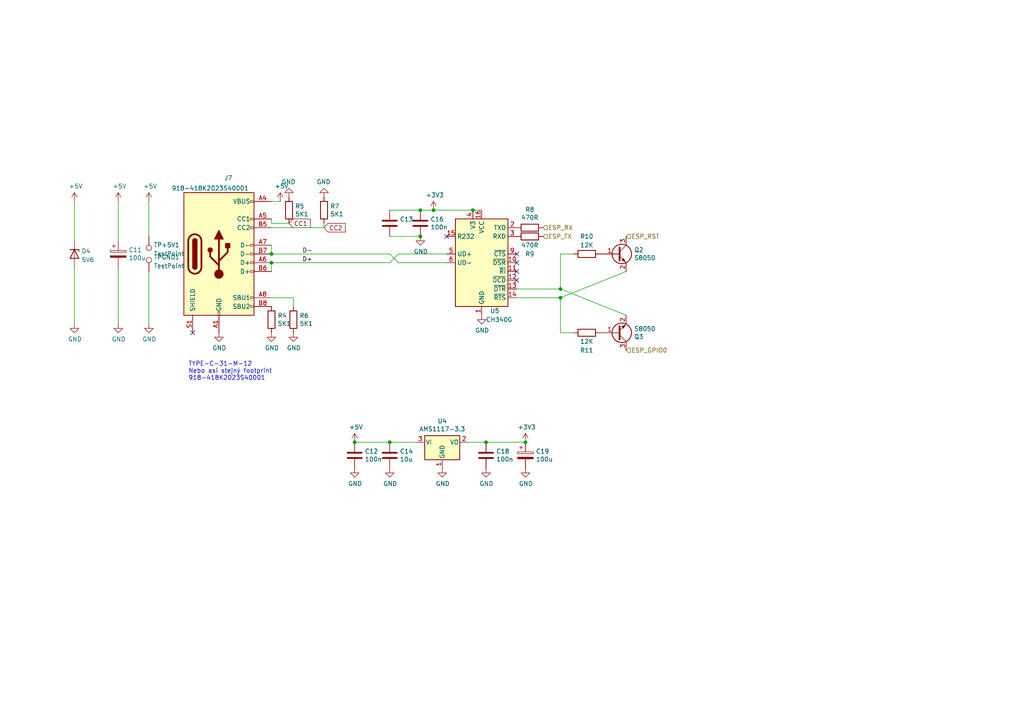
<source format=kicad_sch>
(kicad_sch (version 20211123) (generator eeschema)
  (paper "A4")
  (lib_symbols
    (symbol "Connector:TestPoint" (pin_numbers hide) (pin_names (offset 0.762) hide)
      (property "Reference" "TP" (at 0 6.858 0))
      (property "Value" "TestPoint" (at 0 5.08 0))
      (symbol "TestPoint_0_1"
        (circle (center 0 3.302) (radius 0.762))
      )
      (symbol "TestPoint_1_1"
        (pin passive line (at 0 0 90) (length 2.54) (name "1") (number "1"))
      )
    )
    (symbol "Connector:USB_C_Receptacle_USB2.0" (pin_names (offset 1.016))
      (property "Reference" "J" (at -10.16 19.05 0))
      (property "Value" "USB_C_Receptacle_USB2.0" (at 19.05 19.05 0))
      (symbol "USB_C_Receptacle_USB2.0_0_0"
        (rectangle (start -0.254 -17.78) (end 0.254 -16.764))
        (rectangle (start 10.16 -14.986) (end 9.144 -15.494))
        (rectangle (start 10.16 -12.446) (end 9.144 -12.954))
        (rectangle (start 10.16 -4.826) (end 9.144 -5.334))
        (rectangle (start 10.16 -2.286) (end 9.144 -2.794))
        (rectangle (start 10.16 0.254) (end 9.144 -0.254))
        (rectangle (start 10.16 2.794) (end 9.144 2.286))
        (rectangle (start 10.16 7.874) (end 9.144 7.366))
        (rectangle (start 10.16 10.414) (end 9.144 9.906))
        (rectangle (start 10.16 15.494) (end 9.144 14.986))
      )
      (symbol "USB_C_Receptacle_USB2.0_0_1"
        (rectangle (start -10.16 17.78) (end 10.16 -17.78) (stroke (width 0.254)) (fill (type background)))
        (arc (start -8.89 -3.81) (mid -6.985 -5.715) (end -5.08 -3.81) (stroke (width 0.508)))
        (arc (start -7.62 -3.81) (mid -6.985 -4.445) (end -6.35 -3.81) (stroke (width 0.254)))
        (arc (start -7.62 -3.81) (mid -6.985 -4.445) (end -6.35 -3.81) (stroke (width 0.254)) (fill (type outline)))
        (rectangle (start -7.62 -3.81) (end -6.35 3.81) (stroke (width 0.254)) (fill (type outline)))
        (arc (start -6.35 3.81) (mid -6.985 4.445) (end -7.62 3.81) (stroke (width 0.254)))
        (arc (start -6.35 3.81) (mid -6.985 4.445) (end -7.62 3.81) (stroke (width 0.254)) (fill (type outline)))
        (arc (start -5.08 3.81) (mid -6.985 5.715) (end -8.89 3.81) (stroke (width 0.508)))
        (circle (center -2.54 1.143) (radius 0.635) (stroke (width 0.254)) (fill (type outline)))
        (circle (center 0 -5.842) (radius 1.27) (fill (type outline)))
        (polyline (pts (xy -8.89 -3.81) (xy -8.89 3.81)) (stroke (width 0.508)))
        (polyline (pts (xy -5.08 3.81) (xy -5.08 -3.81)) (stroke (width 0.508)))
        (polyline (pts (xy 0 -5.842) (xy 0 4.318)) (stroke (width 0.508)))
        (polyline (pts (xy 0 -3.302) (xy -2.54 -0.762) (xy -2.54 0.508)) (stroke (width 0.508)))
        (polyline (pts (xy 0 -2.032) (xy 2.54 0.508) (xy 2.54 1.778)) (stroke (width 0.508)))
        (polyline (pts (xy -1.27 4.318) (xy 0 6.858) (xy 1.27 4.318) (xy -1.27 4.318)) (stroke (width 0.254)) (fill (type outline)))
        (rectangle (start 1.905 1.778) (end 3.175 3.048) (stroke (width 0.254)) (fill (type outline)))
      )
      (symbol "USB_C_Receptacle_USB2.0_1_1"
        (pin passive line (at 0 -22.86 90) (length 5.08) (name "GND") (number "A1"))
        (pin passive line (at 0 -22.86 90) (length 5.08) hide (name "GND") (number "A12"))
        (pin passive line (at 15.24 15.24 180) (length 5.08) (name "VBUS") (number "A4"))
        (pin bidirectional line (at 15.24 10.16 180) (length 5.08) (name "CC1") (number "A5"))
        (pin bidirectional line (at 15.24 -2.54 180) (length 5.08) (name "D+") (number "A6"))
        (pin bidirectional line (at 15.24 2.54 180) (length 5.08) (name "D-") (number "A7"))
        (pin bidirectional line (at 15.24 -12.7 180) (length 5.08) (name "SBU1") (number "A8"))
        (pin passive line (at 15.24 15.24 180) (length 5.08) hide (name "VBUS") (number "A9"))
        (pin passive line (at 0 -22.86 90) (length 5.08) hide (name "GND") (number "B1"))
        (pin passive line (at 0 -22.86 90) (length 5.08) hide (name "GND") (number "B12"))
        (pin passive line (at 15.24 15.24 180) (length 5.08) hide (name "VBUS") (number "B4"))
        (pin bidirectional line (at 15.24 7.62 180) (length 5.08) (name "CC2") (number "B5"))
        (pin bidirectional line (at 15.24 -5.08 180) (length 5.08) (name "D+") (number "B6"))
        (pin bidirectional line (at 15.24 0 180) (length 5.08) (name "D-") (number "B7"))
        (pin bidirectional line (at 15.24 -15.24 180) (length 5.08) (name "SBU2") (number "B8"))
        (pin passive line (at 15.24 15.24 180) (length 5.08) hide (name "VBUS") (number "B9"))
        (pin passive line (at -7.62 -22.86 90) (length 5.08) (name "SHIELD") (number "S1"))
      )
    )
    (symbol "Device:C" (pin_numbers hide) (pin_names (offset 0.254))
      (property "Reference" "C" (at 0.635 2.54 0))
      (property "Value" "C" (at 0.635 -2.54 0))
      (symbol "C_0_1"
        (polyline (pts (xy -2.032 -0.762) (xy 2.032 -0.762)) (stroke (width 0.508)))
        (polyline (pts (xy -2.032 0.762) (xy 2.032 0.762)) (stroke (width 0.508)))
      )
      (symbol "C_1_1"
        (pin passive line (at 0 3.81 270) (length 2.794) (name "~") (number "1"))
        (pin passive line (at 0 -3.81 90) (length 2.794) (name "~") (number "2"))
      )
    )
    (symbol "Device:C_Polarized" (pin_numbers hide) (pin_names (offset 0.254))
      (property "Reference" "C" (at 0.635 2.54 0))
      (property "Value" "C_Polarized" (at 0.635 -2.54 0))
      (symbol "C_Polarized_0_1"
        (rectangle (start -2.286 0.508) (end 2.286 1.016))
        (polyline (pts (xy -1.778 2.286) (xy -0.762 2.286)))
        (polyline (pts (xy -1.27 2.794) (xy -1.27 1.778)))
        (rectangle (start 2.286 -0.508) (end -2.286 -1.016) (fill (type outline)))
      )
      (symbol "C_Polarized_1_1"
        (pin passive line (at 0 3.81 270) (length 2.794) (name "~") (number "1"))
        (pin passive line (at 0 -3.81 90) (length 2.794) (name "~") (number "2"))
      )
    )
    (symbol "Device:D_Zener" (pin_numbers hide) (pin_names (offset 1.016) hide)
      (property "Reference" "D" (at 0 2.54 0))
      (property "Value" "D_Zener" (at 0 -2.54 0))
      (symbol "D_Zener_0_1"
        (polyline (pts (xy 1.27 0) (xy -1.27 0)))
        (polyline (pts (xy -1.27 -1.27) (xy -1.27 1.27) (xy -0.762 1.27)) (stroke (width 0.254)))
        (polyline (pts (xy 1.27 -1.27) (xy 1.27 1.27) (xy -1.27 0) (xy 1.27 -1.27)) (stroke (width 0.254)))
      )
      (symbol "D_Zener_1_1"
        (pin passive line (at -3.81 0 0) (length 2.54) (name "K") (number "1"))
        (pin passive line (at 3.81 0 180) (length 2.54) (name "A") (number "2"))
      )
    )
    (symbol "Device:Q_NPN_BEC" (pin_names (offset 0) hide)
      (property "Reference" "Q" (at 5.08 1.27 0))
      (property "Value" "Q_NPN_BEC" (at 5.08 -1.27 0))
      (symbol "Q_NPN_BEC_0_1"
        (polyline (pts (xy 0.635 0.635) (xy 2.54 2.54)))
        (polyline (pts (xy 0.635 -0.635) (xy 2.54 -2.54) (xy 2.54 -2.54)))
        (polyline (pts (xy 0.635 1.905) (xy 0.635 -1.905) (xy 0.635 -1.905)) (stroke (width 0.508)))
        (polyline (pts (xy 1.27 -1.778) (xy 1.778 -1.27) (xy 2.286 -2.286) (xy 1.27 -1.778) (xy 1.27 -1.778)) (fill (type outline)))
        (circle (center 1.27 0) (radius 2.8194) (stroke (width 0.254)))
      )
      (symbol "Q_NPN_BEC_1_1"
        (pin input line (at -5.08 0 0) (length 5.715) (name "B") (number "1"))
        (pin passive line (at 2.54 -5.08 90) (length 2.54) (name "E") (number "2"))
        (pin passive line (at 2.54 5.08 270) (length 2.54) (name "C") (number "3"))
      )
    )
    (symbol "Device:R" (pin_numbers hide) (pin_names (offset 0))
      (property "Reference" "R" (at 2.032 0 90))
      (property "Value" "R" (at 0 0 90))
      (symbol "R_0_1"
        (rectangle (start -1.016 -2.54) (end 1.016 2.54) (stroke (width 0.254)))
      )
      (symbol "R_1_1"
        (pin passive line (at 0 3.81 270) (length 1.27) (name "~") (number "1"))
        (pin passive line (at 0 -3.81 90) (length 1.27) (name "~") (number "2"))
      )
    )
    (symbol "Interface_USB:CH340C"
      (property "Reference" "U" (at -5.08 13.97 0))
      (property "Value" "CH340C" (at 1.27 13.97 0))
      (symbol "CH340C_0_1"
        (rectangle (start -7.62 12.7) (end 7.62 -12.7) (stroke (width 0.254)) (fill (type background)))
      )
      (symbol "CH340C_1_1"
        (pin power_in line (at 0 -15.24 90) (length 2.54) (name "GND") (number "1"))
        (pin input line (at 10.16 0 180) (length 2.54) (name "~{DSR}") (number "10"))
        (pin input line (at 10.16 -2.54 180) (length 2.54) (name "~{RI}") (number "11"))
        (pin input line (at 10.16 -5.08 180) (length 2.54) (name "~{DCD}") (number "12"))
        (pin output line (at 10.16 -7.62 180) (length 2.54) (name "~{DTR}") (number "13"))
        (pin output line (at 10.16 -10.16 180) (length 2.54) (name "~{RTS}") (number "14"))
        (pin input line (at -10.16 7.62 0) (length 2.54) (name "R232") (number "15"))
        (pin power_in line (at 0 15.24 270) (length 2.54) (name "VCC") (number "16"))
        (pin output line (at 10.16 10.16 180) (length 2.54) (name "TXD") (number "2"))
        (pin input line (at 10.16 7.62 180) (length 2.54) (name "RXD") (number "3"))
        (pin passive line (at -2.54 15.24 270) (length 2.54) (name "V3") (number "4"))
        (pin bidirectional line (at -10.16 2.54 0) (length 2.54) (name "UD+") (number "5"))
        (pin bidirectional line (at -10.16 0 0) (length 2.54) (name "UD-") (number "6"))
        (pin no_connect line (at -7.62 -7.62 0) (length 2.54) hide (name "NC") (number "7"))
        (pin no_connect line (at -7.62 -10.16 0) (length 2.54) hide (name "NC") (number "8"))
        (pin input line (at 10.16 2.54 180) (length 2.54) (name "~{CTS}") (number "9"))
      )
    )
    (symbol "Regulator_Linear:AMS1117-3.3" (pin_names (offset 0.254))
      (property "Reference" "U" (at -3.81 3.175 0))
      (property "Value" "AMS1117-3.3" (at 0 3.175 0))
      (symbol "AMS1117-3.3_0_1"
        (rectangle (start -5.08 -5.08) (end 5.08 1.905) (stroke (width 0.254)) (fill (type background)))
      )
      (symbol "AMS1117-3.3_1_1"
        (pin power_in line (at 0 -7.62 90) (length 2.54) (name "GND") (number "1"))
        (pin power_out line (at 7.62 0 180) (length 2.54) (name "VO") (number "2"))
        (pin power_in line (at -7.62 0 0) (length 2.54) (name "VI") (number "3"))
      )
    )
    (symbol "power:+3V3" (power) (pin_names (offset 0))
      (property "Value" "+3V3" (at 0 3.556 0))
      (symbol "+3V3_0_1"
        (polyline (pts (xy -0.762 1.27) (xy 0 2.54)))
        (polyline (pts (xy 0 0) (xy 0 2.54)))
        (polyline (pts (xy 0 2.54) (xy 0.762 1.27)))
      )
      (symbol "+3V3_1_1"
        (pin power_in line (at 0 0 90) (length 0) hide (name "+3V3") (number "1"))
      )
    )
    (symbol "power:+5V" (power) (pin_names (offset 0))
      (property "Value" "+5V" (at 0 3.556 0))
      (symbol "+5V_0_1"
        (polyline (pts (xy -0.762 1.27) (xy 0 2.54)))
        (polyline (pts (xy 0 0) (xy 0 2.54)))
        (polyline (pts (xy 0 2.54) (xy 0.762 1.27)))
      )
      (symbol "+5V_1_1"
        (pin power_in line (at 0 0 90) (length 0) hide (name "+5V") (number "1"))
      )
    )
    (symbol "power:GND" (power) (pin_names (offset 0))
      (property "Value" "GND" (at 0 -3.81 0))
      (symbol "GND_0_1"
        (polyline (pts (xy 0 0) (xy 0 -1.27) (xy 1.27 -1.27) (xy 0 -2.54) (xy -1.27 -1.27) (xy 0 -1.27)))
      )
      (symbol "GND_1_1"
        (pin power_in line (at 0 0 270) (length 0) hide (name "GND") (number "1"))
      )
    )
  )
  (junction (at 113.03 128.27))
  (junction (at 121.92 60.96))
  (junction (at 102.87 128.27))
  (junction (at 152.4 128.27))
  (junction (at 162.56 83.82))
  (junction (at 162.56 86.36))
  (junction (at 137.16 60.96))
  (junction (at 140.97 128.27))
  (junction (at 121.92 68.58))
  (junction (at 78.74 76.2))
  (junction (at 125.73 60.96))
  (junction (at 78.74 73.66))
  (no_connect (at 129.54 68.58))
  (no_connect (at 149.86 81.28))
  (no_connect (at 55.88 96.52))
  (no_connect (at 149.86 78.74))
  (no_connect (at 149.86 76.2))
  (no_connect (at 149.86 73.66))
  (wire (pts (xy 93.98 66.04) (xy 93.98 64.77)))
  (wire (pts (xy 78.74 76.2) (xy 113.03 76.2)))
  (wire (pts (xy 113.03 76.2) (xy 115.57 73.66)))
  (wire (pts (xy 113.03 73.66) (xy 115.57 76.2)))
  (wire (pts (xy 149.86 86.36) (xy 162.56 86.36)))
  (wire (pts (xy 43.18 78.74) (xy 43.18 93.98)))
  (wire (pts (xy 21.59 58.42) (xy 21.59 69.85)))
  (wire (pts (xy 181.61 78.74) (xy 162.56 86.36)))
  (wire (pts (xy 166.37 96.52) (xy 162.56 96.52)))
  (wire (pts (xy 43.18 58.42) (xy 43.18 68.58)))
  (wire (pts (xy 21.59 77.47) (xy 21.59 93.98)))
  (wire (pts (xy 85.09 86.36) (xy 78.74 86.36)))
  (wire (pts (xy 162.56 86.36) (xy 162.56 96.52)))
  (wire (pts (xy 135.89 128.27) (xy 140.97 128.27)))
  (wire (pts (xy 83.82 64.77) (xy 78.74 64.77)))
  (wire (pts (xy 137.16 60.96) (xy 125.73 60.96)))
  (wire (pts (xy 125.73 60.96) (xy 121.92 60.96)))
  (wire (pts (xy 113.03 73.66) (xy 78.74 73.66)))
  (wire (pts (xy 139.7 60.96) (xy 137.16 60.96)))
  (wire (pts (xy 78.74 64.77) (xy 78.74 63.5)))
  (wire (pts (xy 81.28 58.42) (xy 78.74 58.42)))
  (wire (pts (xy 149.86 83.82) (xy 162.56 83.82)))
  (wire (pts (xy 162.56 83.82) (xy 181.61 91.44)))
  (wire (pts (xy 78.74 76.2) (xy 78.74 78.74)))
  (wire (pts (xy 34.29 77.47) (xy 34.29 93.98)))
  (wire (pts (xy 115.57 73.66) (xy 129.54 73.66)))
  (wire (pts (xy 162.56 73.66) (xy 166.37 73.66)))
  (wire (pts (xy 85.09 88.9) (xy 85.09 86.36)))
  (wire (pts (xy 140.97 128.27) (xy 152.4 128.27)))
  (wire (pts (xy 129.54 76.2) (xy 115.57 76.2)))
  (wire (pts (xy 113.03 60.96) (xy 121.92 60.96)))
  (wire (pts (xy 78.74 66.04) (xy 93.98 66.04)))
  (wire (pts (xy 34.29 58.42) (xy 34.29 69.85)))
  (wire (pts (xy 162.56 73.66) (xy 162.56 83.82)))
  (wire (pts (xy 78.74 73.66) (xy 78.74 71.12)))
  (wire (pts (xy 113.03 128.27) (xy 102.87 128.27)))
  (wire (pts (xy 120.65 128.27) (xy 113.03 128.27)))
  (wire (pts (xy 121.92 68.58) (xy 113.03 68.58)))
  (text "TYPE-C-31-M-12\nNebo asi stejný footprint\n918-418K2023S40001" (at 54.61 110.49 0) (effects (font (size 1.27 1.27)) (justify left bottom)))
  (label "D+" (at 87.63 76.2 0))
  (label "D-" (at 87.63 73.66 0))
  (global_label "CC1" (shape input) (at 83.82 64.77 0) (property "Intersheet References" "${INTERSHEET_REFS}" (effects hide)))
  (global_label "CC2" (shape input) (at 93.98 66.04 0) (property "Intersheet References" "${INTERSHEET_REFS}" (effects hide)))
  (hierarchical_label "ESP_RST" (shape input) (at 181.61 68.58 0))
  (hierarchical_label "ESP_TX" (shape input) (at 157.48 68.58 0))
  (hierarchical_label "ESP_RX" (shape input) (at 157.48 66.04 0))
  (hierarchical_label "ESP_GPIO0" (shape input) (at 181.61 101.6 0))
  (symbol (lib_id "power:GND") (at 121.92 68.58 0) (unit 1)
    (property "Reference" "#PWR0141" (effects hide))
    (property "Value" "GND" (at 122.047 72.9742 0))
  )
  (symbol (lib_id "power:GND") (at 152.4 135.89 0) (unit 1)
    (property "Reference" "#PWR0150" (effects hide))
    (property "Value" "GND" (at 152.527 140.2842 0))
  )
  (symbol (lib_id "power:+5V") (at 43.18 58.42 0) (unit 1)
    (property "Reference" "#PWR0179" (effects hide))
    (property "Value" "+5V" (at 43.561 54.0258 0))
  )
  (symbol (lib_id "Device:C") (at 102.87 132.08 0) (unit 1)
    (property "Reference" "C12" (at 105.791 130.9116 0) (effects (justify left)))
    (property "Value" "100n" (at 105.791 133.223 0) (effects (justify left)))
    (property "Footprint" "Capacitor_SMD:C_0603_1608Metric" (effects hide))
    (property "LCSC" "C14663" (effects hide))
  )
  (symbol (lib_id "power:GND") (at 85.09 96.52 0) (unit 1)
    (property "Reference" "#PWR0153" (effects hide))
    (property "Value" "GND" (at 85.217 100.9142 0))
  )
  (symbol (lib_id "power:+5V") (at 21.59 58.42 0) (unit 1)
    (property "Reference" "#PWR0175" (effects hide))
    (property "Value" "+5V" (at 21.971 54.0258 0))
  )
  (symbol (lib_id "Device:R") (at 170.18 96.52 270) (unit 1)
    (property "Reference" "R11" (at 170.18 101.6 90))
    (property "Value" "12K" (at 170.18 99.06 90))
    (property "Footprint" "Resistor_SMD:R_0603_1608Metric" (effects hide))
    (property "LCSC" "C22790" (effects hide))
  )
  (symbol (lib_id "power:GND") (at 83.82 57.15 180) (unit 1)
    (property "Reference" "#PWR0159" (effects hide))
    (property "Value" "GND" (at 83.693 52.7558 0))
  )
  (symbol (lib_id "Device:C") (at 113.03 64.77 0) (unit 1)
    (property "Reference" "C13" (at 115.951 63.6016 0) (effects (justify left)))
    (property "LCSC" "C19702" (effects hide))
  )
  (symbol (lib_id "power:GND") (at 128.27 135.89 0) (unit 1)
    (property "Reference" "#PWR0147" (effects hide))
    (property "Value" "GND" (at 128.397 140.2842 0))
  )
  (symbol (lib_id "Device:D_Zener") (at 21.59 73.66 270) (unit 1)
    (property "Reference" "D4" (at 23.622 72.8253 90) (effects (justify left)))
    (property "Value" "5V6" (at 23.622 75.3622 90) (effects (justify left)))
    (property "Footprint" "Diode_SMD:D_MiniMELF" (effects hide))
    (property "LCSC" "C8062" (effects hide))
  )
  (symbol (lib_id "Connector:USB_C_Receptacle_USB2.0") (at 63.5 73.66 0) (unit 1)
    (property "Reference" "J7" (at 66.2178 51.6382 0))
    (property "Value" "918-418K2023S40001" (at 60.96 54.61 0))
    (property "Footprint" "Connector_USB:USB_C_Receptacle_HRO_TYPE-C-31-M-12" (effects hide))
    (property "Datasheet" "https://datasheet.lcsc.com/szlcsc/1811131825_Korean-Hroparts-Elec-TYPE-C-31-M-12_C165948.pdf" (effects hide))
    (property "LCSC" "C167321" (effects hide))
  )
  (symbol (lib_id "power:+3V3") (at 152.4 128.27 0) (unit 1)
    (property "Reference" "#PWR0151" (effects hide))
    (property "Value" "+3V3" (at 152.781 123.8758 0))
  )
  (symbol (lib_id "Connector:TestPoint") (at 43.18 78.74 0) (unit 1)
    (property "Reference" "TPGND1" (at 44.577 74.6033 0) (effects (justify left)))
    (property "Value" "TestPoint" (at 44.577 77.1402 0) (effects (justify left)))
    (property "Footprint" "Connector_Wire:SolderWirePad_1x01_SMD_1x2mm" (effects hide))
  )
  (symbol (lib_id "Device:C") (at 113.03 132.08 0) (unit 1)
    (property "Reference" "C14" (at 115.951 130.9116 0) (effects (justify left)))
    (property "Value" "10u" (at 115.951 133.223 0) (effects (justify left)))
    (property "Footprint" "Capacitor_SMD:C_0805_2012Metric" (effects hide))
    (property "LCSC" "C15850" (effects hide))
  )
  (symbol (lib_id "Device:R") (at 153.67 68.58 270) (unit 1)
    (property "Reference" "R9" (at 153.67 73.66 90))
    (property "Value" "470R" (at 153.67 71.12 90))
    (property "Footprint" "Resistor_SMD:R_0603_1608Metric" (effects hide))
    (property "LCSC" "C23179" (effects hide))
  )
  (symbol (lib_id "power:+5V") (at 102.87 128.27 0) (unit 1)
    (property "Reference" "#PWR0145" (effects hide))
    (property "Value" "+5V" (at 103.251 123.8758 0))
  )
  (symbol (lib_id "Device:Q_NPN_BEC") (at 179.07 96.52 0) (mirror x) (unit 1)
    (property "Reference" "Q3" (at 183.896 97.6884 0) (effects (justify left)))
    (property "Value" "S8050" (at 183.896 95.377 0) (effects (justify left)))
    (property "Footprint" "Package_TO_SOT_SMD:SOT-23" (effects hide))
    (property "Datasheet" "https://datasheet.lcsc.com/szlcsc/Changjiang-Electronics-Tech-CJ-S8050_C2146.pdf" (effects hide))
    (property "LCSC" "C2146" (effects hide))
  )
  (symbol (lib_id "power:GND") (at 34.29 93.98 0) (unit 1)
    (property "Reference" "#PWR0155" (effects hide))
    (property "Value" "GND" (at 34.417 98.3742 0))
  )
  (symbol (lib_id "Interface_USB:CH340C") (at 139.7 76.2 0) (unit 1)
    (property "Reference" "U5" (at 143.51 90.17 0))
    (property "Value" "CH340G" (at 144.78 92.71 0))
    (property "Footprint" "Package_SO:SOIC-16_3.9x9.9mm_P1.27mm" (effects hide))
    (property "Datasheet" "https://datasheet.lcsc.com/szlcsc/Jiangsu-Qin-Heng-CH340C_C84681.pdf" (effects hide))
    (property "LCSC" "C84681" (effects hide))
  )
  (symbol (lib_id "Device:C") (at 121.92 64.77 0) (unit 1)
    (property "Reference" "C16" (at 124.841 63.6016 0) (effects (justify left)))
    (property "Value" "100n" (at 124.841 65.913 0) (effects (justify left)))
    (property "Footprint" "Capacitor_SMD:C_0603_1608Metric" (effects hide))
    (property "LCSC" "C14663" (effects hide))
  )
  (symbol (lib_id "power:GND") (at 113.03 135.89 0) (unit 1)
    (property "Reference" "#PWR0148" (effects hide))
    (property "Value" "GND" (at 113.157 140.2842 0))
  )
  (symbol (lib_id "power:+5V") (at 81.28 58.42 0) (unit 1)
    (property "Reference" "#PWR0160" (effects hide))
    (property "Value" "+5V" (at 81.661 54.0258 0))
  )
  (symbol (lib_id "power:GND") (at 78.74 96.52 0) (unit 1)
    (property "Reference" "#PWR0152" (effects hide))
    (property "Value" "GND" (at 78.867 100.9142 0))
  )
  (symbol (lib_id "power:GND") (at 21.59 93.98 0) (unit 1)
    (property "Reference" "#PWR0174" (effects hide))
    (property "Value" "GND" (at 21.717 98.3742 0))
  )
  (symbol (lib_id "power:+5V") (at 34.29 58.42 0) (unit 1)
    (property "Reference" "#PWR0156" (effects hide))
    (property "Value" "+5V" (at 34.671 54.0258 0))
  )
  (symbol (lib_id "Device:C") (at 140.97 132.08 0) (unit 1)
    (property "Reference" "C18" (at 143.891 130.9116 0) (effects (justify left)))
    (property "Value" "100n" (at 143.891 133.223 0) (effects (justify left)))
    (property "Footprint" "Capacitor_SMD:C_0603_1608Metric" (effects hide))
    (property "LCSC" "C14663" (effects hide))
  )
  (symbol (lib_id "power:GND") (at 93.98 57.15 180) (unit 1)
    (property "Reference" "#PWR0158" (effects hide))
    (property "Value" "GND" (at 93.853 52.7558 0))
  )
  (symbol (lib_id "power:GND") (at 102.87 135.89 0) (unit 1)
    (property "Reference" "#PWR0146" (effects hide))
    (property "Value" "GND" (at 102.997 140.2842 0))
  )
  (symbol (lib_id "Device:Q_NPN_BEC") (at 179.07 73.66 0) (unit 1)
    (property "Reference" "Q2" (at 183.896 72.4916 0) (effects (justify left)))
    (property "Value" "S8050" (at 183.896 74.803 0) (effects (justify left)))
    (property "Footprint" "Package_TO_SOT_SMD:SOT-23" (effects hide))
    (property "Datasheet" "https://datasheet.lcsc.com/szlcsc/Changjiang-Electronics-Tech-CJ-S8050_C2146.pdf" (effects hide))
    (property "LCSC" "C2146" (effects hide))
  )
  (symbol (lib_id "Device:R") (at 85.09 92.71 0) (unit 1)
    (property "Reference" "R6" (at 86.868 91.5416 0) (effects (justify left)))
    (property "Value" "5K1" (at 86.868 93.853 0) (effects (justify left)))
    (property "Footprint" "Resistor_SMD:R_0603_1608Metric" (effects hide))
    (property "LCSC" "C23186" (effects hide))
  )
  (symbol (lib_id "Connector:TestPoint") (at 43.18 68.58 180) (unit 1)
    (property "Reference" "TP+5V1" (at 44.577 71.0473 0) (effects (justify right)))
    (property "Value" "TestPoint" (at 44.577 73.5842 0) (effects (justify right)))
    (property "Footprint" "Connector_Wire:SolderWirePad_1x01_SMD_1x2mm" (effects hide))
  )
  (symbol (lib_id "power:GND") (at 139.7 91.44 0) (unit 1)
    (property "Reference" "#PWR0143" (effects hide))
    (property "Value" "GND" (at 139.827 95.8342 0))
  )
  (symbol (lib_id "Device:C_Polarized") (at 152.4 132.08 0) (unit 1)
    (property "Reference" "C19" (at 155.3972 130.9116 0) (effects (justify left)))
    (property "Value" "100u" (at 155.3972 133.223 0) (effects (justify left)))
    (property "Footprint" "Capacitor_THT:CP_Radial_D5.0mm_P2.00mm" (effects hide))
    (property "LCSC" "C43803" (effects hide))
  )
  (symbol (lib_id "Device:R") (at 83.82 60.96 0) (unit 1)
    (property "Reference" "R5" (at 85.598 59.7916 0) (effects (justify left)))
    (property "Value" "5K1" (at 85.598 62.103 0) (effects (justify left)))
    (property "Footprint" "Resistor_SMD:R_0603_1608Metric" (effects hide))
    (property "LCSC" "C23186" (effects hide))
  )
  (symbol (lib_id "Device:R") (at 78.74 92.71 0) (unit 1)
    (property "Reference" "R4" (at 80.518 91.5416 0) (effects (justify left)))
    (property "Value" "5K1" (at 80.518 93.853 0) (effects (justify left)))
    (property "Footprint" "Resistor_SMD:R_0603_1608Metric" (effects hide))
    (property "LCSC" "C23186" (effects hide))
  )
  (symbol (lib_id "power:GND") (at 43.18 93.98 0) (unit 1)
    (property "Reference" "#PWR0178" (effects hide))
    (property "Value" "GND" (at 43.307 98.3742 0))
  )
  (symbol (lib_id "Regulator_Linear:AMS1117-3.3") (at 128.27 128.27 0) (unit 1)
    (property "Reference" "U4" (at 128.27 122.1232 0))
    (property "Value" "AMS1117-3.3" (at 128.27 124.4346 0))
    (property "Footprint" "Package_TO_SOT_SMD:SOT-223-3_TabPin2" (effects hide))
    (property "Datasheet" "http://www.advanced-monolithic.com/pdf/ds1117.pdf" (effects hide))
    (property "LCSC" "C6186" (effects hide))
  )
  (symbol (lib_id "power:+3V3") (at 125.73 60.96 0) (unit 1)
    (property "Reference" "#PWR0142" (effects hide))
    (property "Value" "+3V3" (at 126.111 56.5658 0))
  )
  (symbol (lib_id "power:GND") (at 140.97 135.89 0) (unit 1)
    (property "Reference" "#PWR0144" (effects hide))
    (property "Value" "GND" (at 141.097 140.2842 0))
  )
  (symbol (lib_id "power:GND") (at 63.5 96.52 0) (unit 1)
    (property "Reference" "#PWR0157" (effects hide))
    (property "Value" "GND" (at 63.627 100.9142 0))
  )
  (symbol (lib_id "Device:R") (at 170.18 73.66 270) (unit 1)
    (property "Reference" "R10" (at 170.18 68.58 90))
    (property "Value" "12K" (at 170.18 71.12 90))
    (property "Footprint" "Resistor_SMD:R_0603_1608Metric" (effects hide))
    (property "LCSC" "C22790" (effects hide))
  )
  (symbol (lib_id "Device:C_Polarized") (at 34.29 73.66 0) (unit 1)
    (property "Reference" "C11" (at 37.2872 72.4916 0) (effects (justify left)))
    (property "Value" "100u" (at 37.2872 74.803 0) (effects (justify left)))
    (property "Footprint" "Capacitor_THT:CP_Radial_D5.0mm_P2.00mm" (effects hide))
    (property "LCSC" "C43803" (effects hide))
  )
  (symbol (lib_id "Device:R") (at 93.98 60.96 0) (unit 1)
    (property "Reference" "R7" (at 95.758 59.7916 0) (effects (justify left)))
    (property "Value" "5K1" (at 95.758 62.103 0) (effects (justify left)))
    (property "Footprint" "Resistor_SMD:R_0603_1608Metric" (effects hide))
    (property "LCSC" "C23186" (effects hide))
  )
  (symbol (lib_id "Device:R") (at 153.67 66.04 270) (unit 1)
    (property "Reference" "R8" (at 153.67 60.7822 90))
    (property "Value" "470R" (at 153.67 63.0936 90))
    (property "Footprint" "Resistor_SMD:R_0603_1608Metric" (effects hide))
    (property "LCSC" "C23179" (effects hide))
  )
)
</source>
